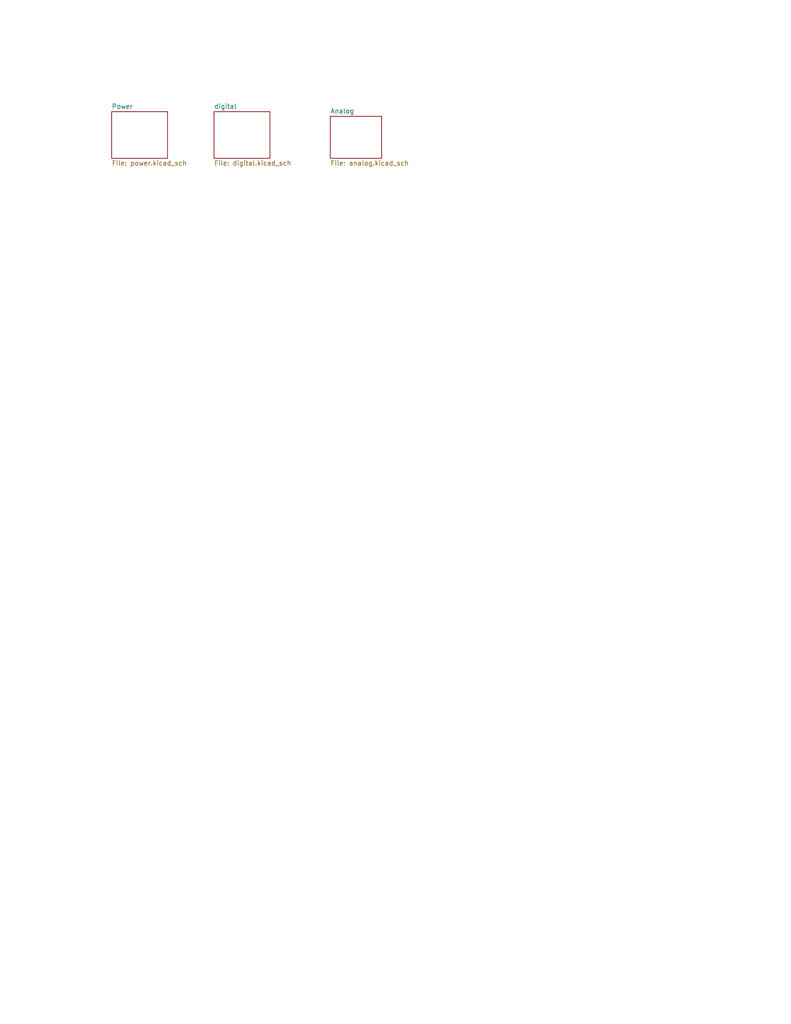
<source format=kicad_sch>
(kicad_sch (version 20230121) (generator eeschema)
  (paper "USLetter" portrait)
  (title_block (title "MYSTAT") (date "2024-05-07") (rev "1") (company "USB-Controlled Potentiostat/Galvanostat") (comment 1 "Based on TDSTATv3 designed by Thomas Dobbelaere") (comment 2 "by Matthew Yates"))
  (lib_symbols)
  (sheet (at 58.42 30.48) (size 15.24 12.7)
    (property "Sheetname" "digital" (at 58.42 29.7684 0) (effects (justify left bottom)))
    (property "Sheetfile" "digital.kicad_sch" (at 58.42 43.7646 0) (effects (justify left top)))
  )
  (sheet (at 90.17 31.75) (size 13.97 11.43)
    (property "Sheetname" "Analog" (at 90.17 31.0384 0) (effects (justify left bottom)))
    (property "Sheetfile" "analog.kicad_sch" (at 90.17 43.7646 0) (effects (justify left top)))
  )
  (sheet (at 30.48 30.48) (size 15.24 12.7)
    (property "Sheetname" "Power" (at 30.48 29.7684 0) (effects (justify left bottom)))
    (property "Sheetfile" "power.kicad_sch" (at 30.48 43.7646 0) (effects (justify left top)))
  )
)
</source>
